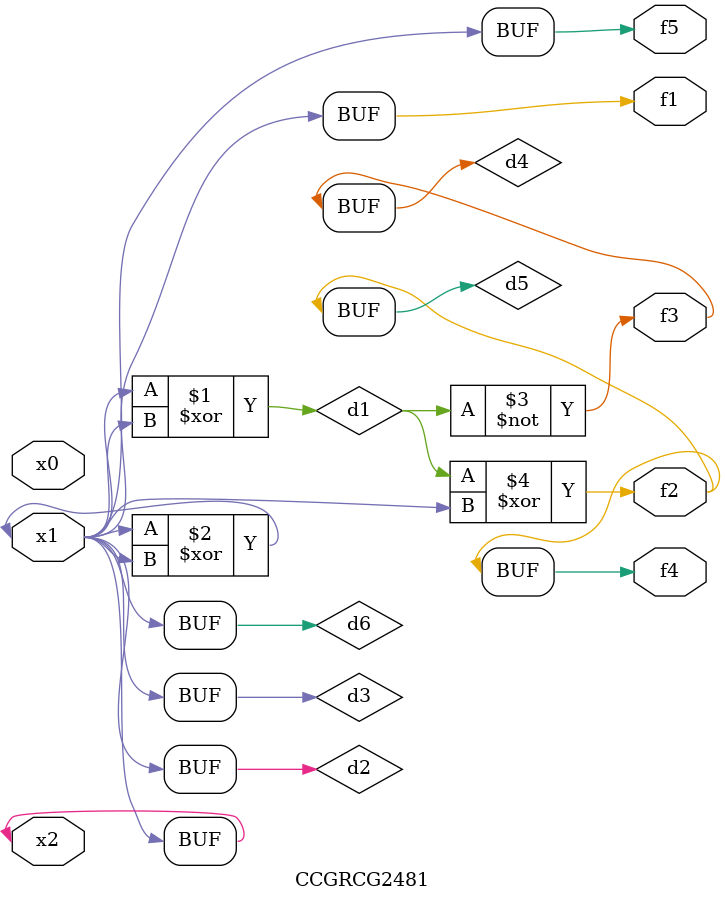
<source format=v>
module CCGRCG2481(
	input x0, x1, x2,
	output f1, f2, f3, f4, f5
);

	wire d1, d2, d3, d4, d5, d6;

	xor (d1, x1, x2);
	buf (d2, x1, x2);
	xor (d3, x1, x2);
	nor (d4, d1);
	xor (d5, d1, d2);
	buf (d6, d2, d3);
	assign f1 = d6;
	assign f2 = d5;
	assign f3 = d4;
	assign f4 = d5;
	assign f5 = d6;
endmodule

</source>
